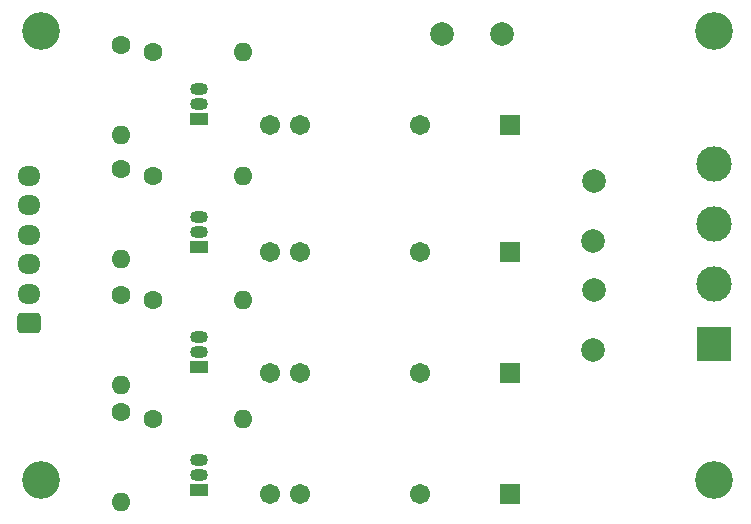
<source format=gts>
G04 #@! TF.GenerationSoftware,KiCad,Pcbnew,8.0.2-8.0.2-0~ubuntu22.04.1*
G04 #@! TF.CreationDate,2024-05-10T10:39:03-07:00*
G04 #@! TF.ProjectId,pifire-relay-module-SSR,70696669-7265-42d7-9265-6c61792d6d6f,rev?*
G04 #@! TF.SameCoordinates,Original*
G04 #@! TF.FileFunction,Soldermask,Top*
G04 #@! TF.FilePolarity,Negative*
%FSLAX46Y46*%
G04 Gerber Fmt 4.6, Leading zero omitted, Abs format (unit mm)*
G04 Created by KiCad (PCBNEW 8.0.2-8.0.2-0~ubuntu22.04.1) date 2024-05-10 10:39:03*
%MOMM*%
%LPD*%
G01*
G04 APERTURE LIST*
G04 Aperture macros list*
%AMRoundRect*
0 Rectangle with rounded corners*
0 $1 Rounding radius*
0 $2 $3 $4 $5 $6 $7 $8 $9 X,Y pos of 4 corners*
0 Add a 4 corners polygon primitive as box body*
4,1,4,$2,$3,$4,$5,$6,$7,$8,$9,$2,$3,0*
0 Add four circle primitives for the rounded corners*
1,1,$1+$1,$2,$3*
1,1,$1+$1,$4,$5*
1,1,$1+$1,$6,$7*
1,1,$1+$1,$8,$9*
0 Add four rect primitives between the rounded corners*
20,1,$1+$1,$2,$3,$4,$5,0*
20,1,$1+$1,$4,$5,$6,$7,0*
20,1,$1+$1,$6,$7,$8,$9,0*
20,1,$1+$1,$8,$9,$2,$3,0*%
G04 Aperture macros list end*
%ADD10RoundRect,0.102000X0.754000X0.754000X-0.754000X0.754000X-0.754000X-0.754000X0.754000X-0.754000X0*%
%ADD11C,1.712000*%
%ADD12C,1.600000*%
%ADD13O,1.600000X1.600000*%
%ADD14C,3.200000*%
%ADD15R,1.500000X1.050000*%
%ADD16O,1.500000X1.050000*%
%ADD17C,2.000000*%
%ADD18RoundRect,0.250000X0.725000X-0.600000X0.725000X0.600000X-0.725000X0.600000X-0.725000X-0.600000X0*%
%ADD19O,1.950000X1.700000*%
%ADD20R,3.000000X3.000000*%
%ADD21C,3.000000*%
G04 APERTURE END LIST*
D10*
X68660000Y-68250000D03*
D11*
X61040000Y-68250000D03*
X50880000Y-68250000D03*
X48340000Y-68250000D03*
D12*
X38440000Y-61832500D03*
D13*
X46060000Y-61832500D03*
D14*
X86000000Y-29000000D03*
D10*
X68660000Y-37000000D03*
D11*
X61040000Y-37000000D03*
X50880000Y-37000000D03*
X48340000Y-37000000D03*
D15*
X42332500Y-67852500D03*
D16*
X42332500Y-66582500D03*
X42332500Y-65312500D03*
D12*
X38440000Y-41250000D03*
D13*
X46060000Y-41250000D03*
D17*
X75750000Y-56000000D03*
X75760000Y-50920000D03*
D12*
X38440000Y-30750000D03*
D13*
X46060000Y-30750000D03*
D10*
X68660000Y-47750000D03*
D11*
X61040000Y-47750000D03*
X50880000Y-47750000D03*
X48340000Y-47750000D03*
D12*
X38440000Y-51750000D03*
D13*
X46060000Y-51750000D03*
D12*
X35750000Y-51380000D03*
D13*
X35750000Y-59000000D03*
D18*
X28000000Y-53750000D03*
D19*
X28000000Y-51250000D03*
X28000000Y-48750000D03*
X28000000Y-46250000D03*
X28000000Y-43750000D03*
X28000000Y-41250000D03*
D14*
X86000000Y-67000000D03*
D17*
X68000000Y-29250000D03*
X62920000Y-29240000D03*
D10*
X68660000Y-58000000D03*
D11*
X61040000Y-58000000D03*
X50880000Y-58000000D03*
X48340000Y-58000000D03*
D12*
X35750000Y-30190000D03*
D13*
X35750000Y-37810000D03*
D12*
X35750000Y-61272500D03*
D13*
X35750000Y-68892500D03*
D15*
X42332500Y-57500000D03*
D16*
X42332500Y-56230000D03*
X42332500Y-54960000D03*
D15*
X42332500Y-36500000D03*
D16*
X42332500Y-35230000D03*
X42332500Y-33960000D03*
D14*
X29000000Y-29000000D03*
D12*
X35750000Y-40690000D03*
D13*
X35750000Y-48310000D03*
D17*
X75750000Y-46790000D03*
X75760000Y-41710000D03*
D15*
X42332500Y-47290000D03*
D16*
X42332500Y-46020000D03*
X42332500Y-44750000D03*
D14*
X29000000Y-67000000D03*
D20*
X86000000Y-55500000D03*
D21*
X86000000Y-50420000D03*
X86000000Y-45340000D03*
X86000000Y-40260000D03*
M02*

</source>
